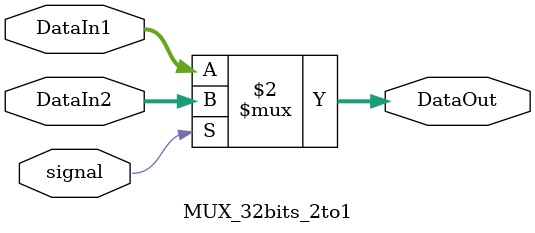
<source format=v>
`timescale 1ns / 1ps


module MUX_32bits_2to1(signal, DataIn1, DataIn2, DataOut);
input signal;
input [31:0] DataIn1, DataIn2;
output [31:0] DataOut;

assign DataOut = (signal == 0) ? DataIn1 : DataIn2;
endmodule

</source>
